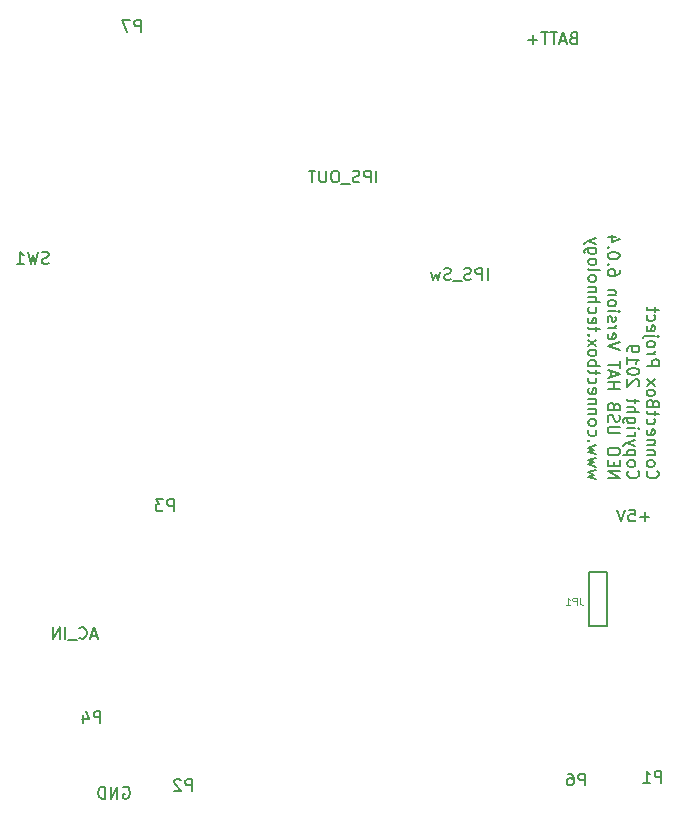
<source format=gbr>
G04 #@! TF.GenerationSoftware,KiCad,Pcbnew,(6.0.0-rc1-dev-1413-ga48e89956)*
G04 #@! TF.CreationDate,2019-11-22T20:47:01-07:00
G04 #@! TF.ProjectId,HAT_ver_6.0,4841545f-7665-4725-9f36-2e302e6b6963,6.0.4*
G04 #@! TF.SameCoordinates,Original*
G04 #@! TF.FileFunction,Legend,Bot*
G04 #@! TF.FilePolarity,Positive*
%FSLAX46Y46*%
G04 Gerber Fmt 4.6, Leading zero omitted, Abs format (unit mm)*
G04 Created by KiCad (PCBNEW (6.0.0-rc1-dev-1413-ga48e89956)) date Friday, November 22, 2019 at 08:47:01 PM*
%MOMM*%
%LPD*%
G04 APERTURE LIST*
%ADD10C,0.150000*%
%ADD11C,0.100000*%
G04 APERTURE END LIST*
D10*
X137618695Y-124302780D02*
X137618695Y-123302780D01*
X137237742Y-123302780D01*
X137142504Y-123350400D01*
X137094885Y-123398019D01*
X137047266Y-123493257D01*
X137047266Y-123636114D01*
X137094885Y-123731352D01*
X137142504Y-123778971D01*
X137237742Y-123826590D01*
X137618695Y-123826590D01*
X136190123Y-123636114D02*
X136190123Y-124302780D01*
X136428219Y-123255161D02*
X136666314Y-123969447D01*
X136047266Y-123969447D01*
X170428942Y-86786980D02*
X170428942Y-85786980D01*
X169952752Y-86786980D02*
X169952752Y-85786980D01*
X169571800Y-85786980D01*
X169476561Y-85834600D01*
X169428942Y-85882219D01*
X169381323Y-85977457D01*
X169381323Y-86120314D01*
X169428942Y-86215552D01*
X169476561Y-86263171D01*
X169571800Y-86310790D01*
X169952752Y-86310790D01*
X169000371Y-86739361D02*
X168857514Y-86786980D01*
X168619419Y-86786980D01*
X168524180Y-86739361D01*
X168476561Y-86691742D01*
X168428942Y-86596504D01*
X168428942Y-86501266D01*
X168476561Y-86406028D01*
X168524180Y-86358409D01*
X168619419Y-86310790D01*
X168809895Y-86263171D01*
X168905133Y-86215552D01*
X168952752Y-86167933D01*
X169000371Y-86072695D01*
X169000371Y-85977457D01*
X168952752Y-85882219D01*
X168905133Y-85834600D01*
X168809895Y-85786980D01*
X168571800Y-85786980D01*
X168428942Y-85834600D01*
X168238466Y-86882219D02*
X167476561Y-86882219D01*
X167286085Y-86739361D02*
X167143228Y-86786980D01*
X166905133Y-86786980D01*
X166809895Y-86739361D01*
X166762276Y-86691742D01*
X166714657Y-86596504D01*
X166714657Y-86501266D01*
X166762276Y-86406028D01*
X166809895Y-86358409D01*
X166905133Y-86310790D01*
X167095609Y-86263171D01*
X167190847Y-86215552D01*
X167238466Y-86167933D01*
X167286085Y-86072695D01*
X167286085Y-85977457D01*
X167238466Y-85882219D01*
X167190847Y-85834600D01*
X167095609Y-85786980D01*
X166857514Y-85786980D01*
X166714657Y-85834600D01*
X166381323Y-86120314D02*
X166190847Y-86786980D01*
X166000371Y-86310790D01*
X165809895Y-86786980D01*
X165619419Y-86120314D01*
X133235533Y-85367761D02*
X133092676Y-85415380D01*
X132854580Y-85415380D01*
X132759342Y-85367761D01*
X132711723Y-85320142D01*
X132664104Y-85224904D01*
X132664104Y-85129666D01*
X132711723Y-85034428D01*
X132759342Y-84986809D01*
X132854580Y-84939190D01*
X133045057Y-84891571D01*
X133140295Y-84843952D01*
X133187914Y-84796333D01*
X133235533Y-84701095D01*
X133235533Y-84605857D01*
X133187914Y-84510619D01*
X133140295Y-84463000D01*
X133045057Y-84415380D01*
X132806961Y-84415380D01*
X132664104Y-84463000D01*
X132330771Y-84415380D02*
X132092676Y-85415380D01*
X131902200Y-84701095D01*
X131711723Y-85415380D01*
X131473628Y-84415380D01*
X130568866Y-85415380D02*
X131140295Y-85415380D01*
X130854580Y-85415380D02*
X130854580Y-84415380D01*
X130949819Y-84558238D01*
X131045057Y-84653476D01*
X131140295Y-84701095D01*
X141047695Y-65781180D02*
X141047695Y-64781180D01*
X140666742Y-64781180D01*
X140571504Y-64828800D01*
X140523885Y-64876419D01*
X140476266Y-64971657D01*
X140476266Y-65114514D01*
X140523885Y-65209752D01*
X140571504Y-65257371D01*
X140666742Y-65304990D01*
X141047695Y-65304990D01*
X140142933Y-64781180D02*
X139476266Y-64781180D01*
X139904838Y-65781180D01*
X143816295Y-106370380D02*
X143816295Y-105370380D01*
X143435342Y-105370380D01*
X143340104Y-105418000D01*
X143292485Y-105465619D01*
X143244866Y-105560857D01*
X143244866Y-105703714D01*
X143292485Y-105798952D01*
X143340104Y-105846571D01*
X143435342Y-105894190D01*
X143816295Y-105894190D01*
X142911533Y-105370380D02*
X142292485Y-105370380D01*
X142625819Y-105751333D01*
X142482961Y-105751333D01*
X142387723Y-105798952D01*
X142340104Y-105846571D01*
X142292485Y-105941809D01*
X142292485Y-106179904D01*
X142340104Y-106275142D01*
X142387723Y-106322761D01*
X142482961Y-106370380D01*
X142768676Y-106370380D01*
X142863914Y-106322761D01*
X142911533Y-106275142D01*
X145391095Y-130043180D02*
X145391095Y-129043180D01*
X145010142Y-129043180D01*
X144914904Y-129090800D01*
X144867285Y-129138419D01*
X144819666Y-129233657D01*
X144819666Y-129376514D01*
X144867285Y-129471752D01*
X144914904Y-129519371D01*
X145010142Y-129566990D01*
X145391095Y-129566990D01*
X144438714Y-129138419D02*
X144391095Y-129090800D01*
X144295857Y-129043180D01*
X144057761Y-129043180D01*
X143962523Y-129090800D01*
X143914904Y-129138419D01*
X143867285Y-129233657D01*
X143867285Y-129328895D01*
X143914904Y-129471752D01*
X144486333Y-130043180D01*
X143867285Y-130043180D01*
X178639695Y-129585980D02*
X178639695Y-128585980D01*
X178258742Y-128585980D01*
X178163504Y-128633600D01*
X178115885Y-128681219D01*
X178068266Y-128776457D01*
X178068266Y-128919314D01*
X178115885Y-129014552D01*
X178163504Y-129062171D01*
X178258742Y-129109790D01*
X178639695Y-129109790D01*
X177211123Y-128585980D02*
X177401600Y-128585980D01*
X177496838Y-128633600D01*
X177544457Y-128681219D01*
X177639695Y-128824076D01*
X177687314Y-129014552D01*
X177687314Y-129395504D01*
X177639695Y-129490742D01*
X177592076Y-129538361D01*
X177496838Y-129585980D01*
X177306361Y-129585980D01*
X177211123Y-129538361D01*
X177163504Y-129490742D01*
X177115885Y-129395504D01*
X177115885Y-129157409D01*
X177163504Y-129062171D01*
X177211123Y-129014552D01*
X177306361Y-128966933D01*
X177496838Y-128966933D01*
X177592076Y-129014552D01*
X177639695Y-129062171D01*
X177687314Y-129157409D01*
X185116695Y-129357380D02*
X185116695Y-128357380D01*
X184735742Y-128357380D01*
X184640504Y-128405000D01*
X184592885Y-128452619D01*
X184545266Y-128547857D01*
X184545266Y-128690714D01*
X184592885Y-128785952D01*
X184640504Y-128833571D01*
X184735742Y-128881190D01*
X185116695Y-128881190D01*
X183592885Y-129357380D02*
X184164314Y-129357380D01*
X183878600Y-129357380D02*
X183878600Y-128357380D01*
X183973838Y-128500238D01*
X184069076Y-128595476D01*
X184164314Y-128643095D01*
X177658495Y-66298771D02*
X177515638Y-66346390D01*
X177468019Y-66394009D01*
X177420400Y-66489247D01*
X177420400Y-66632104D01*
X177468019Y-66727342D01*
X177515638Y-66774961D01*
X177610876Y-66822580D01*
X177991828Y-66822580D01*
X177991828Y-65822580D01*
X177658495Y-65822580D01*
X177563257Y-65870200D01*
X177515638Y-65917819D01*
X177468019Y-66013057D01*
X177468019Y-66108295D01*
X177515638Y-66203533D01*
X177563257Y-66251152D01*
X177658495Y-66298771D01*
X177991828Y-66298771D01*
X177039447Y-66536866D02*
X176563257Y-66536866D01*
X177134685Y-66822580D02*
X176801352Y-65822580D01*
X176468019Y-66822580D01*
X176277542Y-65822580D02*
X175706114Y-65822580D01*
X175991828Y-66822580D02*
X175991828Y-65822580D01*
X175515638Y-65822580D02*
X174944209Y-65822580D01*
X175229923Y-66822580D02*
X175229923Y-65822580D01*
X174610876Y-66441628D02*
X173848971Y-66441628D01*
X174229923Y-66822580D02*
X174229923Y-66060676D01*
X160976914Y-78531980D02*
X160976914Y-77531980D01*
X160500723Y-78531980D02*
X160500723Y-77531980D01*
X160119771Y-77531980D01*
X160024533Y-77579600D01*
X159976914Y-77627219D01*
X159929295Y-77722457D01*
X159929295Y-77865314D01*
X159976914Y-77960552D01*
X160024533Y-78008171D01*
X160119771Y-78055790D01*
X160500723Y-78055790D01*
X159548342Y-78484361D02*
X159405485Y-78531980D01*
X159167390Y-78531980D01*
X159072152Y-78484361D01*
X159024533Y-78436742D01*
X158976914Y-78341504D01*
X158976914Y-78246266D01*
X159024533Y-78151028D01*
X159072152Y-78103409D01*
X159167390Y-78055790D01*
X159357866Y-78008171D01*
X159453104Y-77960552D01*
X159500723Y-77912933D01*
X159548342Y-77817695D01*
X159548342Y-77722457D01*
X159500723Y-77627219D01*
X159453104Y-77579600D01*
X159357866Y-77531980D01*
X159119771Y-77531980D01*
X158976914Y-77579600D01*
X158786438Y-78627219D02*
X158024533Y-78627219D01*
X157595961Y-77531980D02*
X157405485Y-77531980D01*
X157310247Y-77579600D01*
X157215009Y-77674838D01*
X157167390Y-77865314D01*
X157167390Y-78198647D01*
X157215009Y-78389123D01*
X157310247Y-78484361D01*
X157405485Y-78531980D01*
X157595961Y-78531980D01*
X157691200Y-78484361D01*
X157786438Y-78389123D01*
X157834057Y-78198647D01*
X157834057Y-77865314D01*
X157786438Y-77674838D01*
X157691200Y-77579600D01*
X157595961Y-77531980D01*
X156738819Y-77531980D02*
X156738819Y-78341504D01*
X156691200Y-78436742D01*
X156643580Y-78484361D01*
X156548342Y-78531980D01*
X156357866Y-78531980D01*
X156262628Y-78484361D01*
X156215009Y-78436742D01*
X156167390Y-78341504D01*
X156167390Y-77531980D01*
X155834057Y-77531980D02*
X155262628Y-77531980D01*
X155548342Y-78531980D02*
X155548342Y-77531980D01*
X184089514Y-106853028D02*
X183327609Y-106853028D01*
X183708561Y-107233980D02*
X183708561Y-106472076D01*
X182375228Y-106233980D02*
X182851419Y-106233980D01*
X182899038Y-106710171D01*
X182851419Y-106662552D01*
X182756180Y-106614933D01*
X182518085Y-106614933D01*
X182422847Y-106662552D01*
X182375228Y-106710171D01*
X182327609Y-106805409D01*
X182327609Y-107043504D01*
X182375228Y-107138742D01*
X182422847Y-107186361D01*
X182518085Y-107233980D01*
X182756180Y-107233980D01*
X182851419Y-107186361D01*
X182899038Y-107138742D01*
X182041895Y-106233980D02*
X181708561Y-107233980D01*
X181375228Y-106233980D01*
X139547504Y-129751200D02*
X139642742Y-129703580D01*
X139785600Y-129703580D01*
X139928457Y-129751200D01*
X140023695Y-129846438D01*
X140071314Y-129941676D01*
X140118933Y-130132152D01*
X140118933Y-130275009D01*
X140071314Y-130465485D01*
X140023695Y-130560723D01*
X139928457Y-130655961D01*
X139785600Y-130703580D01*
X139690361Y-130703580D01*
X139547504Y-130655961D01*
X139499885Y-130608342D01*
X139499885Y-130275009D01*
X139690361Y-130275009D01*
X139071314Y-130703580D02*
X139071314Y-129703580D01*
X138499885Y-130703580D01*
X138499885Y-129703580D01*
X138023695Y-130703580D02*
X138023695Y-129703580D01*
X137785600Y-129703580D01*
X137642742Y-129751200D01*
X137547504Y-129846438D01*
X137499885Y-129941676D01*
X137452266Y-130132152D01*
X137452266Y-130275009D01*
X137499885Y-130465485D01*
X137547504Y-130560723D01*
X137642742Y-130655961D01*
X137785600Y-130703580D01*
X138023695Y-130703580D01*
X137313752Y-116905066D02*
X136837561Y-116905066D01*
X137408990Y-117190780D02*
X137075657Y-116190780D01*
X136742323Y-117190780D01*
X135837561Y-117095542D02*
X135885180Y-117143161D01*
X136028038Y-117190780D01*
X136123276Y-117190780D01*
X136266133Y-117143161D01*
X136361371Y-117047923D01*
X136408990Y-116952685D01*
X136456609Y-116762209D01*
X136456609Y-116619352D01*
X136408990Y-116428876D01*
X136361371Y-116333638D01*
X136266133Y-116238400D01*
X136123276Y-116190780D01*
X136028038Y-116190780D01*
X135885180Y-116238400D01*
X135837561Y-116286019D01*
X135647085Y-117286019D02*
X134885180Y-117286019D01*
X134647085Y-117190780D02*
X134647085Y-116190780D01*
X134170895Y-117190780D02*
X134170895Y-116190780D01*
X133599466Y-117190780D01*
X133599466Y-116190780D01*
X183981857Y-102978976D02*
X183934238Y-103026595D01*
X183886619Y-103169452D01*
X183886619Y-103264690D01*
X183934238Y-103407547D01*
X184029476Y-103502785D01*
X184124714Y-103550404D01*
X184315190Y-103598023D01*
X184458047Y-103598023D01*
X184648523Y-103550404D01*
X184743761Y-103502785D01*
X184839000Y-103407547D01*
X184886619Y-103264690D01*
X184886619Y-103169452D01*
X184839000Y-103026595D01*
X184791380Y-102978976D01*
X183886619Y-102407547D02*
X183934238Y-102502785D01*
X183981857Y-102550404D01*
X184077095Y-102598023D01*
X184362809Y-102598023D01*
X184458047Y-102550404D01*
X184505666Y-102502785D01*
X184553285Y-102407547D01*
X184553285Y-102264690D01*
X184505666Y-102169452D01*
X184458047Y-102121833D01*
X184362809Y-102074214D01*
X184077095Y-102074214D01*
X183981857Y-102121833D01*
X183934238Y-102169452D01*
X183886619Y-102264690D01*
X183886619Y-102407547D01*
X184553285Y-101645642D02*
X183886619Y-101645642D01*
X184458047Y-101645642D02*
X184505666Y-101598023D01*
X184553285Y-101502785D01*
X184553285Y-101359928D01*
X184505666Y-101264690D01*
X184410428Y-101217071D01*
X183886619Y-101217071D01*
X184553285Y-100740880D02*
X183886619Y-100740880D01*
X184458047Y-100740880D02*
X184505666Y-100693261D01*
X184553285Y-100598023D01*
X184553285Y-100455166D01*
X184505666Y-100359928D01*
X184410428Y-100312309D01*
X183886619Y-100312309D01*
X183934238Y-99455166D02*
X183886619Y-99550404D01*
X183886619Y-99740880D01*
X183934238Y-99836119D01*
X184029476Y-99883738D01*
X184410428Y-99883738D01*
X184505666Y-99836119D01*
X184553285Y-99740880D01*
X184553285Y-99550404D01*
X184505666Y-99455166D01*
X184410428Y-99407547D01*
X184315190Y-99407547D01*
X184219952Y-99883738D01*
X183934238Y-98550404D02*
X183886619Y-98645642D01*
X183886619Y-98836119D01*
X183934238Y-98931357D01*
X183981857Y-98978976D01*
X184077095Y-99026595D01*
X184362809Y-99026595D01*
X184458047Y-98978976D01*
X184505666Y-98931357D01*
X184553285Y-98836119D01*
X184553285Y-98645642D01*
X184505666Y-98550404D01*
X184553285Y-98264690D02*
X184553285Y-97883738D01*
X184886619Y-98121833D02*
X184029476Y-98121833D01*
X183934238Y-98074214D01*
X183886619Y-97978976D01*
X183886619Y-97883738D01*
X184410428Y-97217071D02*
X184362809Y-97074214D01*
X184315190Y-97026595D01*
X184219952Y-96978976D01*
X184077095Y-96978976D01*
X183981857Y-97026595D01*
X183934238Y-97074214D01*
X183886619Y-97169452D01*
X183886619Y-97550404D01*
X184886619Y-97550404D01*
X184886619Y-97217071D01*
X184839000Y-97121833D01*
X184791380Y-97074214D01*
X184696142Y-97026595D01*
X184600904Y-97026595D01*
X184505666Y-97074214D01*
X184458047Y-97121833D01*
X184410428Y-97217071D01*
X184410428Y-97550404D01*
X183886619Y-96407547D02*
X183934238Y-96502785D01*
X183981857Y-96550404D01*
X184077095Y-96598023D01*
X184362809Y-96598023D01*
X184458047Y-96550404D01*
X184505666Y-96502785D01*
X184553285Y-96407547D01*
X184553285Y-96264690D01*
X184505666Y-96169452D01*
X184458047Y-96121833D01*
X184362809Y-96074214D01*
X184077095Y-96074214D01*
X183981857Y-96121833D01*
X183934238Y-96169452D01*
X183886619Y-96264690D01*
X183886619Y-96407547D01*
X183886619Y-95740880D02*
X184553285Y-95217071D01*
X184553285Y-95740880D02*
X183886619Y-95217071D01*
X183886619Y-94074214D02*
X184886619Y-94074214D01*
X184886619Y-93693261D01*
X184839000Y-93598023D01*
X184791380Y-93550404D01*
X184696142Y-93502785D01*
X184553285Y-93502785D01*
X184458047Y-93550404D01*
X184410428Y-93598023D01*
X184362809Y-93693261D01*
X184362809Y-94074214D01*
X183886619Y-93074214D02*
X184553285Y-93074214D01*
X184362809Y-93074214D02*
X184458047Y-93026595D01*
X184505666Y-92978976D01*
X184553285Y-92883738D01*
X184553285Y-92788500D01*
X183886619Y-92312309D02*
X183934238Y-92407547D01*
X183981857Y-92455166D01*
X184077095Y-92502785D01*
X184362809Y-92502785D01*
X184458047Y-92455166D01*
X184505666Y-92407547D01*
X184553285Y-92312309D01*
X184553285Y-92169452D01*
X184505666Y-92074214D01*
X184458047Y-92026595D01*
X184362809Y-91978976D01*
X184077095Y-91978976D01*
X183981857Y-92026595D01*
X183934238Y-92074214D01*
X183886619Y-92169452D01*
X183886619Y-92312309D01*
X184553285Y-91550404D02*
X183696142Y-91550404D01*
X183600904Y-91598023D01*
X183553285Y-91693261D01*
X183553285Y-91740880D01*
X184886619Y-91550404D02*
X184839000Y-91598023D01*
X184791380Y-91550404D01*
X184839000Y-91502785D01*
X184886619Y-91550404D01*
X184791380Y-91550404D01*
X183934238Y-90693261D02*
X183886619Y-90788500D01*
X183886619Y-90978976D01*
X183934238Y-91074214D01*
X184029476Y-91121833D01*
X184410428Y-91121833D01*
X184505666Y-91074214D01*
X184553285Y-90978976D01*
X184553285Y-90788500D01*
X184505666Y-90693261D01*
X184410428Y-90645642D01*
X184315190Y-90645642D01*
X184219952Y-91121833D01*
X183934238Y-89788500D02*
X183886619Y-89883738D01*
X183886619Y-90074214D01*
X183934238Y-90169452D01*
X183981857Y-90217071D01*
X184077095Y-90264690D01*
X184362809Y-90264690D01*
X184458047Y-90217071D01*
X184505666Y-90169452D01*
X184553285Y-90074214D01*
X184553285Y-89883738D01*
X184505666Y-89788500D01*
X184553285Y-89502785D02*
X184553285Y-89121833D01*
X184886619Y-89359928D02*
X184029476Y-89359928D01*
X183934238Y-89312309D01*
X183886619Y-89217071D01*
X183886619Y-89121833D01*
X182331857Y-102978976D02*
X182284238Y-103026595D01*
X182236619Y-103169452D01*
X182236619Y-103264690D01*
X182284238Y-103407547D01*
X182379476Y-103502785D01*
X182474714Y-103550404D01*
X182665190Y-103598023D01*
X182808047Y-103598023D01*
X182998523Y-103550404D01*
X183093761Y-103502785D01*
X183189000Y-103407547D01*
X183236619Y-103264690D01*
X183236619Y-103169452D01*
X183189000Y-103026595D01*
X183141380Y-102978976D01*
X182236619Y-102407547D02*
X182284238Y-102502785D01*
X182331857Y-102550404D01*
X182427095Y-102598023D01*
X182712809Y-102598023D01*
X182808047Y-102550404D01*
X182855666Y-102502785D01*
X182903285Y-102407547D01*
X182903285Y-102264690D01*
X182855666Y-102169452D01*
X182808047Y-102121833D01*
X182712809Y-102074214D01*
X182427095Y-102074214D01*
X182331857Y-102121833D01*
X182284238Y-102169452D01*
X182236619Y-102264690D01*
X182236619Y-102407547D01*
X182903285Y-101645642D02*
X181903285Y-101645642D01*
X182855666Y-101645642D02*
X182903285Y-101550404D01*
X182903285Y-101359928D01*
X182855666Y-101264690D01*
X182808047Y-101217071D01*
X182712809Y-101169452D01*
X182427095Y-101169452D01*
X182331857Y-101217071D01*
X182284238Y-101264690D01*
X182236619Y-101359928D01*
X182236619Y-101550404D01*
X182284238Y-101645642D01*
X182903285Y-100836119D02*
X182236619Y-100598023D01*
X182903285Y-100359928D02*
X182236619Y-100598023D01*
X181998523Y-100693261D01*
X181950904Y-100740880D01*
X181903285Y-100836119D01*
X182236619Y-99978976D02*
X182903285Y-99978976D01*
X182712809Y-99978976D02*
X182808047Y-99931357D01*
X182855666Y-99883738D01*
X182903285Y-99788500D01*
X182903285Y-99693261D01*
X182236619Y-99359928D02*
X182903285Y-99359928D01*
X183236619Y-99359928D02*
X183189000Y-99407547D01*
X183141380Y-99359928D01*
X183189000Y-99312309D01*
X183236619Y-99359928D01*
X183141380Y-99359928D01*
X182903285Y-98455166D02*
X182093761Y-98455166D01*
X181998523Y-98502785D01*
X181950904Y-98550404D01*
X181903285Y-98645642D01*
X181903285Y-98788500D01*
X181950904Y-98883738D01*
X182284238Y-98455166D02*
X182236619Y-98550404D01*
X182236619Y-98740880D01*
X182284238Y-98836119D01*
X182331857Y-98883738D01*
X182427095Y-98931357D01*
X182712809Y-98931357D01*
X182808047Y-98883738D01*
X182855666Y-98836119D01*
X182903285Y-98740880D01*
X182903285Y-98550404D01*
X182855666Y-98455166D01*
X182236619Y-97978976D02*
X183236619Y-97978976D01*
X182236619Y-97550404D02*
X182760428Y-97550404D01*
X182855666Y-97598023D01*
X182903285Y-97693261D01*
X182903285Y-97836119D01*
X182855666Y-97931357D01*
X182808047Y-97978976D01*
X182903285Y-97217071D02*
X182903285Y-96836119D01*
X183236619Y-97074214D02*
X182379476Y-97074214D01*
X182284238Y-97026595D01*
X182236619Y-96931357D01*
X182236619Y-96836119D01*
X183141380Y-95788500D02*
X183189000Y-95740880D01*
X183236619Y-95645642D01*
X183236619Y-95407547D01*
X183189000Y-95312309D01*
X183141380Y-95264690D01*
X183046142Y-95217071D01*
X182950904Y-95217071D01*
X182808047Y-95264690D01*
X182236619Y-95836119D01*
X182236619Y-95217071D01*
X183236619Y-94598023D02*
X183236619Y-94502785D01*
X183189000Y-94407547D01*
X183141380Y-94359928D01*
X183046142Y-94312309D01*
X182855666Y-94264690D01*
X182617571Y-94264690D01*
X182427095Y-94312309D01*
X182331857Y-94359928D01*
X182284238Y-94407547D01*
X182236619Y-94502785D01*
X182236619Y-94598023D01*
X182284238Y-94693261D01*
X182331857Y-94740880D01*
X182427095Y-94788500D01*
X182617571Y-94836119D01*
X182855666Y-94836119D01*
X183046142Y-94788500D01*
X183141380Y-94740880D01*
X183189000Y-94693261D01*
X183236619Y-94598023D01*
X182236619Y-93312309D02*
X182236619Y-93883738D01*
X182236619Y-93598023D02*
X183236619Y-93598023D01*
X183093761Y-93693261D01*
X182998523Y-93788500D01*
X182950904Y-93883738D01*
X182236619Y-92836119D02*
X182236619Y-92645642D01*
X182284238Y-92550404D01*
X182331857Y-92502785D01*
X182474714Y-92407547D01*
X182665190Y-92359928D01*
X183046142Y-92359928D01*
X183141380Y-92407547D01*
X183189000Y-92455166D01*
X183236619Y-92550404D01*
X183236619Y-92740880D01*
X183189000Y-92836119D01*
X183141380Y-92883738D01*
X183046142Y-92931357D01*
X182808047Y-92931357D01*
X182712809Y-92883738D01*
X182665190Y-92836119D01*
X182617571Y-92740880D01*
X182617571Y-92550404D01*
X182665190Y-92455166D01*
X182712809Y-92407547D01*
X182808047Y-92359928D01*
X180586619Y-103550404D02*
X181586619Y-103550404D01*
X180586619Y-102978976D01*
X181586619Y-102978976D01*
X181110428Y-102502785D02*
X181110428Y-102169452D01*
X180586619Y-102026595D02*
X180586619Y-102502785D01*
X181586619Y-102502785D01*
X181586619Y-102026595D01*
X181586619Y-101407547D02*
X181586619Y-101217071D01*
X181539000Y-101121833D01*
X181443761Y-101026595D01*
X181253285Y-100978976D01*
X180919952Y-100978976D01*
X180729476Y-101026595D01*
X180634238Y-101121833D01*
X180586619Y-101217071D01*
X180586619Y-101407547D01*
X180634238Y-101502785D01*
X180729476Y-101598023D01*
X180919952Y-101645642D01*
X181253285Y-101645642D01*
X181443761Y-101598023D01*
X181539000Y-101502785D01*
X181586619Y-101407547D01*
X181586619Y-99788500D02*
X180777095Y-99788500D01*
X180681857Y-99740880D01*
X180634238Y-99693261D01*
X180586619Y-99598023D01*
X180586619Y-99407547D01*
X180634238Y-99312309D01*
X180681857Y-99264690D01*
X180777095Y-99217071D01*
X181586619Y-99217071D01*
X180634238Y-98788500D02*
X180586619Y-98645642D01*
X180586619Y-98407547D01*
X180634238Y-98312309D01*
X180681857Y-98264690D01*
X180777095Y-98217071D01*
X180872333Y-98217071D01*
X180967571Y-98264690D01*
X181015190Y-98312309D01*
X181062809Y-98407547D01*
X181110428Y-98598023D01*
X181158047Y-98693261D01*
X181205666Y-98740880D01*
X181300904Y-98788500D01*
X181396142Y-98788500D01*
X181491380Y-98740880D01*
X181539000Y-98693261D01*
X181586619Y-98598023D01*
X181586619Y-98359928D01*
X181539000Y-98217071D01*
X181110428Y-97455166D02*
X181062809Y-97312309D01*
X181015190Y-97264690D01*
X180919952Y-97217071D01*
X180777095Y-97217071D01*
X180681857Y-97264690D01*
X180634238Y-97312309D01*
X180586619Y-97407547D01*
X180586619Y-97788500D01*
X181586619Y-97788500D01*
X181586619Y-97455166D01*
X181539000Y-97359928D01*
X181491380Y-97312309D01*
X181396142Y-97264690D01*
X181300904Y-97264690D01*
X181205666Y-97312309D01*
X181158047Y-97359928D01*
X181110428Y-97455166D01*
X181110428Y-97788500D01*
X180586619Y-96026595D02*
X181586619Y-96026595D01*
X181110428Y-96026595D02*
X181110428Y-95455166D01*
X180586619Y-95455166D02*
X181586619Y-95455166D01*
X180872333Y-95026595D02*
X180872333Y-94550404D01*
X180586619Y-95121833D02*
X181586619Y-94788500D01*
X180586619Y-94455166D01*
X181586619Y-94264690D02*
X181586619Y-93693261D01*
X180586619Y-93978976D02*
X181586619Y-93978976D01*
X181586619Y-92740880D02*
X180586619Y-92407547D01*
X181586619Y-92074214D01*
X180634238Y-91359928D02*
X180586619Y-91455166D01*
X180586619Y-91645642D01*
X180634238Y-91740880D01*
X180729476Y-91788500D01*
X181110428Y-91788500D01*
X181205666Y-91740880D01*
X181253285Y-91645642D01*
X181253285Y-91455166D01*
X181205666Y-91359928D01*
X181110428Y-91312309D01*
X181015190Y-91312309D01*
X180919952Y-91788500D01*
X180586619Y-90883738D02*
X181253285Y-90883738D01*
X181062809Y-90883738D02*
X181158047Y-90836119D01*
X181205666Y-90788500D01*
X181253285Y-90693261D01*
X181253285Y-90598023D01*
X180634238Y-90312309D02*
X180586619Y-90217071D01*
X180586619Y-90026595D01*
X180634238Y-89931357D01*
X180729476Y-89883738D01*
X180777095Y-89883738D01*
X180872333Y-89931357D01*
X180919952Y-90026595D01*
X180919952Y-90169452D01*
X180967571Y-90264690D01*
X181062809Y-90312309D01*
X181110428Y-90312309D01*
X181205666Y-90264690D01*
X181253285Y-90169452D01*
X181253285Y-90026595D01*
X181205666Y-89931357D01*
X180586619Y-89455166D02*
X181253285Y-89455166D01*
X181586619Y-89455166D02*
X181539000Y-89502785D01*
X181491380Y-89455166D01*
X181539000Y-89407547D01*
X181586619Y-89455166D01*
X181491380Y-89455166D01*
X180586619Y-88836119D02*
X180634238Y-88931357D01*
X180681857Y-88978976D01*
X180777095Y-89026595D01*
X181062809Y-89026595D01*
X181158047Y-88978976D01*
X181205666Y-88931357D01*
X181253285Y-88836119D01*
X181253285Y-88693261D01*
X181205666Y-88598023D01*
X181158047Y-88550404D01*
X181062809Y-88502785D01*
X180777095Y-88502785D01*
X180681857Y-88550404D01*
X180634238Y-88598023D01*
X180586619Y-88693261D01*
X180586619Y-88836119D01*
X181253285Y-88074214D02*
X180586619Y-88074214D01*
X181158047Y-88074214D02*
X181205666Y-88026595D01*
X181253285Y-87931357D01*
X181253285Y-87788500D01*
X181205666Y-87693261D01*
X181110428Y-87645642D01*
X180586619Y-87645642D01*
X181586619Y-85978976D02*
X181586619Y-86169452D01*
X181539000Y-86264690D01*
X181491380Y-86312309D01*
X181348523Y-86407547D01*
X181158047Y-86455166D01*
X180777095Y-86455166D01*
X180681857Y-86407547D01*
X180634238Y-86359928D01*
X180586619Y-86264690D01*
X180586619Y-86074214D01*
X180634238Y-85978976D01*
X180681857Y-85931357D01*
X180777095Y-85883738D01*
X181015190Y-85883738D01*
X181110428Y-85931357D01*
X181158047Y-85978976D01*
X181205666Y-86074214D01*
X181205666Y-86264690D01*
X181158047Y-86359928D01*
X181110428Y-86407547D01*
X181015190Y-86455166D01*
X180681857Y-85455166D02*
X180634238Y-85407547D01*
X180586619Y-85455166D01*
X180634238Y-85502785D01*
X180681857Y-85455166D01*
X180586619Y-85455166D01*
X181586619Y-84788500D02*
X181586619Y-84693261D01*
X181539000Y-84598023D01*
X181491380Y-84550404D01*
X181396142Y-84502785D01*
X181205666Y-84455166D01*
X180967571Y-84455166D01*
X180777095Y-84502785D01*
X180681857Y-84550404D01*
X180634238Y-84598023D01*
X180586619Y-84693261D01*
X180586619Y-84788500D01*
X180634238Y-84883738D01*
X180681857Y-84931357D01*
X180777095Y-84978976D01*
X180967571Y-85026595D01*
X181205666Y-85026595D01*
X181396142Y-84978976D01*
X181491380Y-84931357D01*
X181539000Y-84883738D01*
X181586619Y-84788500D01*
X180681857Y-84026595D02*
X180634238Y-83978976D01*
X180586619Y-84026595D01*
X180634238Y-84074214D01*
X180681857Y-84026595D01*
X180586619Y-84026595D01*
X181253285Y-83121833D02*
X180586619Y-83121833D01*
X181634238Y-83359928D02*
X180919952Y-83598023D01*
X180919952Y-82978976D01*
X179603285Y-103645642D02*
X178936619Y-103455166D01*
X179412809Y-103264690D01*
X178936619Y-103074214D01*
X179603285Y-102883738D01*
X179603285Y-102598023D02*
X178936619Y-102407547D01*
X179412809Y-102217071D01*
X178936619Y-102026595D01*
X179603285Y-101836119D01*
X179603285Y-101550404D02*
X178936619Y-101359928D01*
X179412809Y-101169452D01*
X178936619Y-100978976D01*
X179603285Y-100788500D01*
X179031857Y-100407547D02*
X178984238Y-100359928D01*
X178936619Y-100407547D01*
X178984238Y-100455166D01*
X179031857Y-100407547D01*
X178936619Y-100407547D01*
X178984238Y-99502785D02*
X178936619Y-99598023D01*
X178936619Y-99788500D01*
X178984238Y-99883738D01*
X179031857Y-99931357D01*
X179127095Y-99978976D01*
X179412809Y-99978976D01*
X179508047Y-99931357D01*
X179555666Y-99883738D01*
X179603285Y-99788500D01*
X179603285Y-99598023D01*
X179555666Y-99502785D01*
X178936619Y-98931357D02*
X178984238Y-99026595D01*
X179031857Y-99074214D01*
X179127095Y-99121833D01*
X179412809Y-99121833D01*
X179508047Y-99074214D01*
X179555666Y-99026595D01*
X179603285Y-98931357D01*
X179603285Y-98788500D01*
X179555666Y-98693261D01*
X179508047Y-98645642D01*
X179412809Y-98598023D01*
X179127095Y-98598023D01*
X179031857Y-98645642D01*
X178984238Y-98693261D01*
X178936619Y-98788500D01*
X178936619Y-98931357D01*
X179603285Y-98169452D02*
X178936619Y-98169452D01*
X179508047Y-98169452D02*
X179555666Y-98121833D01*
X179603285Y-98026595D01*
X179603285Y-97883738D01*
X179555666Y-97788500D01*
X179460428Y-97740880D01*
X178936619Y-97740880D01*
X179603285Y-97264690D02*
X178936619Y-97264690D01*
X179508047Y-97264690D02*
X179555666Y-97217071D01*
X179603285Y-97121833D01*
X179603285Y-96978976D01*
X179555666Y-96883738D01*
X179460428Y-96836119D01*
X178936619Y-96836119D01*
X178984238Y-95978976D02*
X178936619Y-96074214D01*
X178936619Y-96264690D01*
X178984238Y-96359928D01*
X179079476Y-96407547D01*
X179460428Y-96407547D01*
X179555666Y-96359928D01*
X179603285Y-96264690D01*
X179603285Y-96074214D01*
X179555666Y-95978976D01*
X179460428Y-95931357D01*
X179365190Y-95931357D01*
X179269952Y-96407547D01*
X178984238Y-95074214D02*
X178936619Y-95169452D01*
X178936619Y-95359928D01*
X178984238Y-95455166D01*
X179031857Y-95502785D01*
X179127095Y-95550404D01*
X179412809Y-95550404D01*
X179508047Y-95502785D01*
X179555666Y-95455166D01*
X179603285Y-95359928D01*
X179603285Y-95169452D01*
X179555666Y-95074214D01*
X179603285Y-94788500D02*
X179603285Y-94407547D01*
X179936619Y-94645642D02*
X179079476Y-94645642D01*
X178984238Y-94598023D01*
X178936619Y-94502785D01*
X178936619Y-94407547D01*
X178936619Y-94074214D02*
X179936619Y-94074214D01*
X179555666Y-94074214D02*
X179603285Y-93978976D01*
X179603285Y-93788500D01*
X179555666Y-93693261D01*
X179508047Y-93645642D01*
X179412809Y-93598023D01*
X179127095Y-93598023D01*
X179031857Y-93645642D01*
X178984238Y-93693261D01*
X178936619Y-93788500D01*
X178936619Y-93978976D01*
X178984238Y-94074214D01*
X178936619Y-93026595D02*
X178984238Y-93121833D01*
X179031857Y-93169452D01*
X179127095Y-93217071D01*
X179412809Y-93217071D01*
X179508047Y-93169452D01*
X179555666Y-93121833D01*
X179603285Y-93026595D01*
X179603285Y-92883738D01*
X179555666Y-92788500D01*
X179508047Y-92740880D01*
X179412809Y-92693261D01*
X179127095Y-92693261D01*
X179031857Y-92740880D01*
X178984238Y-92788500D01*
X178936619Y-92883738D01*
X178936619Y-93026595D01*
X178936619Y-92359928D02*
X179603285Y-91836119D01*
X179603285Y-92359928D02*
X178936619Y-91836119D01*
X179031857Y-91455166D02*
X178984238Y-91407547D01*
X178936619Y-91455166D01*
X178984238Y-91502785D01*
X179031857Y-91455166D01*
X178936619Y-91455166D01*
X179603285Y-91121833D02*
X179603285Y-90740880D01*
X179936619Y-90978976D02*
X179079476Y-90978976D01*
X178984238Y-90931357D01*
X178936619Y-90836119D01*
X178936619Y-90740880D01*
X178984238Y-90026595D02*
X178936619Y-90121833D01*
X178936619Y-90312309D01*
X178984238Y-90407547D01*
X179079476Y-90455166D01*
X179460428Y-90455166D01*
X179555666Y-90407547D01*
X179603285Y-90312309D01*
X179603285Y-90121833D01*
X179555666Y-90026595D01*
X179460428Y-89978976D01*
X179365190Y-89978976D01*
X179269952Y-90455166D01*
X178984238Y-89121833D02*
X178936619Y-89217071D01*
X178936619Y-89407547D01*
X178984238Y-89502785D01*
X179031857Y-89550404D01*
X179127095Y-89598023D01*
X179412809Y-89598023D01*
X179508047Y-89550404D01*
X179555666Y-89502785D01*
X179603285Y-89407547D01*
X179603285Y-89217071D01*
X179555666Y-89121833D01*
X178936619Y-88693261D02*
X179936619Y-88693261D01*
X178936619Y-88264690D02*
X179460428Y-88264690D01*
X179555666Y-88312309D01*
X179603285Y-88407547D01*
X179603285Y-88550404D01*
X179555666Y-88645642D01*
X179508047Y-88693261D01*
X179603285Y-87788500D02*
X178936619Y-87788500D01*
X179508047Y-87788500D02*
X179555666Y-87740880D01*
X179603285Y-87645642D01*
X179603285Y-87502785D01*
X179555666Y-87407547D01*
X179460428Y-87359928D01*
X178936619Y-87359928D01*
X178936619Y-86740880D02*
X178984238Y-86836119D01*
X179031857Y-86883738D01*
X179127095Y-86931357D01*
X179412809Y-86931357D01*
X179508047Y-86883738D01*
X179555666Y-86836119D01*
X179603285Y-86740880D01*
X179603285Y-86598023D01*
X179555666Y-86502785D01*
X179508047Y-86455166D01*
X179412809Y-86407547D01*
X179127095Y-86407547D01*
X179031857Y-86455166D01*
X178984238Y-86502785D01*
X178936619Y-86598023D01*
X178936619Y-86740880D01*
X178936619Y-85836119D02*
X178984238Y-85931357D01*
X179079476Y-85978976D01*
X179936619Y-85978976D01*
X178936619Y-85312309D02*
X178984238Y-85407547D01*
X179031857Y-85455166D01*
X179127095Y-85502785D01*
X179412809Y-85502785D01*
X179508047Y-85455166D01*
X179555666Y-85407547D01*
X179603285Y-85312309D01*
X179603285Y-85169452D01*
X179555666Y-85074214D01*
X179508047Y-85026595D01*
X179412809Y-84978976D01*
X179127095Y-84978976D01*
X179031857Y-85026595D01*
X178984238Y-85074214D01*
X178936619Y-85169452D01*
X178936619Y-85312309D01*
X179603285Y-84121833D02*
X178793761Y-84121833D01*
X178698523Y-84169452D01*
X178650904Y-84217071D01*
X178603285Y-84312309D01*
X178603285Y-84455166D01*
X178650904Y-84550404D01*
X178984238Y-84121833D02*
X178936619Y-84217071D01*
X178936619Y-84407547D01*
X178984238Y-84502785D01*
X179031857Y-84550404D01*
X179127095Y-84598023D01*
X179412809Y-84598023D01*
X179508047Y-84550404D01*
X179555666Y-84502785D01*
X179603285Y-84407547D01*
X179603285Y-84217071D01*
X179555666Y-84121833D01*
X179603285Y-83740880D02*
X178936619Y-83502785D01*
X179603285Y-83264690D02*
X178936619Y-83502785D01*
X178698523Y-83598023D01*
X178650904Y-83645642D01*
X178603285Y-83740880D01*
X179005800Y-111558000D02*
X180505800Y-111558000D01*
X180505800Y-116058000D02*
X179005800Y-116058000D01*
X180505800Y-111558000D02*
X180505800Y-116058000D01*
X179005800Y-116058000D02*
X179005800Y-111558000D01*
D11*
X178223800Y-113692028D02*
X178223800Y-114120600D01*
X178252371Y-114206314D01*
X178309514Y-114263457D01*
X178395228Y-114292028D01*
X178452371Y-114292028D01*
X177938085Y-114292028D02*
X177938085Y-113692028D01*
X177709514Y-113692028D01*
X177652371Y-113720600D01*
X177623800Y-113749171D01*
X177595228Y-113806314D01*
X177595228Y-113892028D01*
X177623800Y-113949171D01*
X177652371Y-113977742D01*
X177709514Y-114006314D01*
X177938085Y-114006314D01*
X177023800Y-114292028D02*
X177366657Y-114292028D01*
X177195228Y-114292028D02*
X177195228Y-113692028D01*
X177252371Y-113777742D01*
X177309514Y-113834885D01*
X177366657Y-113863457D01*
M02*

</source>
